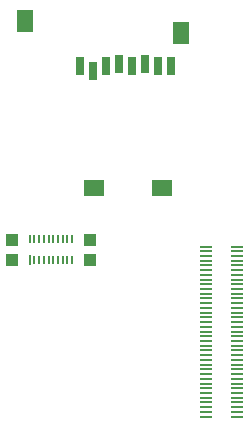
<source format=gbr>
G04 EAGLE Gerber RS-274X export*
G75*
%MOMM*%
%FSLAX34Y34*%
%LPD*%
%INSolderpaste Top*%
%IPPOS*%
%AMOC8*
5,1,8,0,0,1.08239X$1,22.5*%
G01*
%ADD10R,1.140000X0.200000*%
%ADD11R,1.800000X1.400000*%
%ADD12R,1.400000X1.900000*%
%ADD13R,0.800000X1.500000*%
%ADD14R,0.200000X0.800000*%
%ADD15R,0.200000X0.900000*%
%ADD16R,1.000000X1.100000*%


D10*
X259600Y229798D03*
X233200Y229798D03*
X259600Y225798D03*
X233200Y225798D03*
X259600Y221798D03*
X233200Y221798D03*
X259600Y217798D03*
X233200Y217798D03*
X259600Y213798D03*
X233200Y213798D03*
X259600Y209798D03*
X233200Y209798D03*
X259600Y205798D03*
X233200Y205798D03*
X259600Y201798D03*
X233200Y201798D03*
X259600Y197798D03*
X233200Y197798D03*
X259600Y193798D03*
X233200Y193798D03*
X259600Y189798D03*
X233200Y189798D03*
X259600Y185798D03*
X233200Y185798D03*
X259600Y181798D03*
X233200Y181798D03*
X259600Y177798D03*
X233200Y177798D03*
X259600Y173798D03*
X233200Y173798D03*
X259600Y169798D03*
X233200Y169798D03*
X259600Y165798D03*
X233200Y165798D03*
X259600Y161798D03*
X233200Y161798D03*
X259600Y157798D03*
X233200Y157798D03*
X259600Y153798D03*
X233200Y153798D03*
X259600Y149798D03*
X233200Y149798D03*
X259600Y145798D03*
X233200Y145798D03*
X259600Y141798D03*
X233200Y141798D03*
X259600Y137798D03*
X233200Y137798D03*
X259600Y133798D03*
X233200Y133798D03*
X259600Y129798D03*
X233200Y129798D03*
X259600Y125798D03*
X233200Y125798D03*
X259600Y121798D03*
X233200Y121798D03*
X259600Y117798D03*
X233200Y117798D03*
X259600Y113798D03*
X233200Y113798D03*
X259600Y109798D03*
X233200Y109798D03*
X259600Y105798D03*
X233200Y105798D03*
X259600Y101798D03*
X233200Y101798D03*
X259600Y97798D03*
X233200Y97798D03*
X259600Y93798D03*
X233200Y93798D03*
X259600Y89798D03*
X233200Y89798D03*
X259600Y233798D03*
X233200Y233798D03*
D11*
X138400Y283400D03*
X195400Y283400D03*
D12*
X211400Y414900D03*
X79900Y424900D03*
D13*
X126500Y386400D03*
X137500Y382400D03*
X148500Y386400D03*
X159500Y388400D03*
X170500Y386400D03*
X181500Y388400D03*
X192500Y386400D03*
X203500Y386400D03*
D14*
X83600Y240140D03*
X87600Y240140D03*
X91600Y240140D03*
X95600Y240140D03*
X99600Y240140D03*
X103600Y240140D03*
X107600Y240140D03*
X111600Y240140D03*
X115600Y240140D03*
X119600Y240140D03*
X87600Y222140D03*
X91600Y222140D03*
X95600Y222140D03*
X99600Y222140D03*
X103600Y222140D03*
X107600Y222140D03*
X111600Y222140D03*
X115600Y222140D03*
X119600Y222140D03*
D15*
X83600Y222640D03*
D16*
X134620Y222640D03*
X134620Y239640D03*
X68580Y239640D03*
X68580Y222640D03*
M02*

</source>
